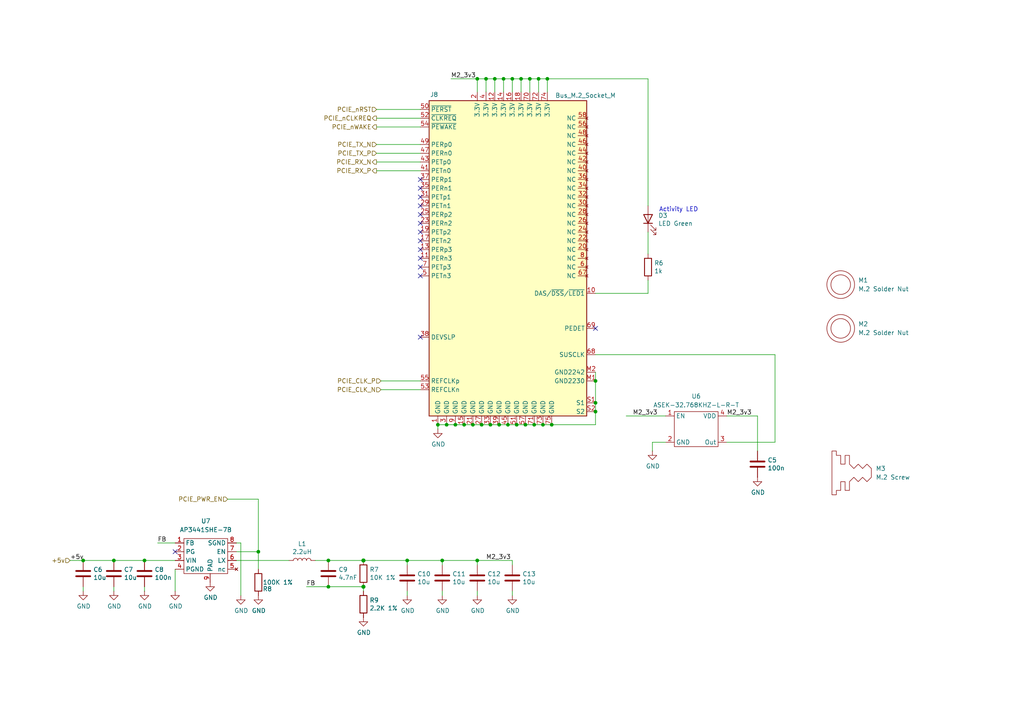
<source format=kicad_sch>
(kicad_sch (version 20231120) (generator "eeschema") (generator_version "8.0")
  (paper "A4")
  (title_block (title "Blade Carrier Board") (date "2024-12-12") (rev "0.1") (company "RapidAnalysis") (comment 1 "Author: Asad Imran"))
  (lib_symbols
    (symbol "CM5IO:AP3441SHE-7B"
      (property "Reference" "U" (at -6.35 10.16 0))
      (property "Value" "AP3441SHE-7B" (at 0 7.62 0))
      (symbol "AP3441SHE-7B_0_1"
        (rectangle (start -6.35 6.35) (end 6.35 -3.81))
      )
      (symbol "AP3441SHE-7B_1_1"
        (pin passive line (at -8.89 5.08 0) (length 2.54) (name "FB") (number "1"))
        (pin open_collector line (at -8.89 2.54 0) (length 2.54) (name "PG") (number "2"))
        (pin power_in line (at -8.89 0 0) (length 2.54) (name "VIN") (number "3"))
        (pin power_in line (at -8.89 -2.54 0) (length 2.54) (name "PGND") (number "4"))
        (pin no_connect line (at 8.89 -2.54 180) (length 2.54) (name "nc") (number "5"))
        (pin power_out line (at 8.89 0 180) (length 2.54) (name "LX") (number "6"))
        (pin input line (at 8.89 2.54 180) (length 2.54) (name "EN") (number "7"))
        (pin power_in line (at 8.89 5.08 180) (length 2.54) (name "SGND") (number "8"))
        (pin input line (at 1.27 -6.35 90) (length 2.54) (name "PAD") (number "9"))
      )
    )
    (symbol "CM5IO:ASEK-32.768KHZ-L-R-T"
      (property "Reference" "U" (at -5.08 6.35 0))
      (property "Value" "ASEK-32.768KHZ-L-R-T" (at 0 -6.35 0))
      (symbol "ASEK-32.768KHZ-L-R-T_0_1"
        (rectangle (start -6.35 5.08) (end 6.35 -5.08))
      )
      (symbol "ASEK-32.768KHZ-L-R-T_1_1"
        (pin input line (at -8.89 3.81 0) (length 2.54) (name "EN") (number "1"))
        (pin power_in line (at -8.89 -3.81 0) (length 2.54) (name "GND") (number "2"))
        (pin output line (at 8.89 -3.81 180) (length 2.54) (name "Out") (number "3"))
        (pin power_in line (at 8.89 3.81 180) (length 2.54) (name "VDD") (number "4"))
      )
    )
    (symbol "CM5IO:Bus_M.2_Socket_M"
      (property "Reference" "J" (at -22.86 46.99 0))
      (property "Value" "Bus_M.2_Socket_M" (at 30.988 46.99 0))
      (symbol "Bus_M.2_Socket_M_0_1"
        (rectangle (start -22.86 45.72) (end 22.86 -45.72) (stroke (width 0.254)) (fill (type background)))
      )
      (symbol "Bus_M.2_Socket_M_1_1"
        (pin power_in line (at -20.32 -48.26 90) (length 2.54) (name "GND") (number "1"))
        (pin bidirectional line (at 25.4 -10.16 180) (length 2.54) (name "DAS/~{DSS}/~{LED1}") (number "10"))
        (pin input line (at -25.4 0 0) (length 2.54) (name "PERn3") (number "11"))
        (pin power_in line (at -3.81 48.26 270) (length 2.54) (name "3.3V") (number "12"))
        (pin input line (at -25.4 2.54 0) (length 2.54) (name "PERp3") (number "13"))
        (pin power_in line (at -1.27 48.26 270) (length 2.54) (name "3.3V") (number "14"))
        (pin power_in line (at -12.7 -48.26 90) (length 2.54) (name "GND") (number "15"))
        (pin power_in line (at 1.27 48.26 270) (length 2.54) (name "3.3V") (number "16"))
        (pin output line (at -25.4 5.08 0) (length 2.54) (name "PETn2") (number "17"))
        (pin power_in line (at 3.81 48.26 270) (length 2.54) (name "3.3V") (number "18"))
        (pin output line (at -25.4 7.62 0) (length 2.54) (name "PETp2") (number "19"))
        (pin power_in line (at -8.89 48.26 270) (length 2.54) (name "3.3V") (number "2"))
        (pin no_connect line (at 22.86 2.54 180) (length 2.54) (name "NC") (number "20"))
        (pin power_in line (at -10.16 -48.26 90) (length 2.54) (name "GND") (number "21"))
        (pin no_connect line (at 22.86 5.08 180) (length 2.54) (name "NC") (number "22"))
        (pin input line (at -25.4 10.16 0) (length 2.54) (name "PERn2") (number "23"))
        (pin no_connect line (at 22.86 7.62 180) (length 2.54) (name "NC") (number "24"))
        (pin input line (at -25.4 12.7 0) (length 2.54) (name "PERp2") (number "25"))
        (pin no_connect line (at 22.86 10.16 180) (length 2.54) (name "NC") (number "26"))
        (pin power_in line (at -7.62 -48.26 90) (length 2.54) (name "GND") (number "27"))
        (pin no_connect line (at 22.86 12.7 180) (length 2.54) (name "NC") (number "28"))
        (pin output line (at -25.4 15.24 0) (length 2.54) (name "PETn1") (number "29"))
        (pin power_in line (at -17.78 -48.26 90) (length 2.54) (name "GND") (number "3"))
        (pin no_connect line (at 22.86 15.24 180) (length 2.54) (name "NC") (number "30"))
        (pin output line (at -25.4 17.78 0) (length 2.54) (name "PETp1") (number "31"))
        (pin no_connect line (at 22.86 17.78 180) (length 2.54) (name "NC") (number "32"))
        (pin power_in line (at -5.08 -48.26 90) (length 2.54) (name "GND") (number "33"))
        (pin no_connect line (at 22.86 20.32 180) (length 2.54) (name "NC") (number "34"))
        (pin input line (at -25.4 20.32 0) (length 2.54) (name "PERn1") (number "35"))
        (pin no_connect line (at 22.86 22.86 180) (length 2.54) (name "NC") (number "36"))
        (pin input line (at -25.4 22.86 0) (length 2.54) (name "PERp1") (number "37"))
        (pin input line (at -25.4 -22.86 0) (length 2.54) (name "DEVSLP") (number "38"))
        (pin power_in line (at -2.54 -48.26 90) (length 2.54) (name "GND") (number "39"))
        (pin power_in line (at -6.35 48.26 270) (length 2.54) (name "3.3V") (number "4"))
        (pin no_connect line (at 22.86 25.4 180) (length 2.54) (name "NC") (number "40"))
        (pin output line (at -25.4 25.4 0) (length 2.54) (name "PETn0") (number "41"))
        (pin no_connect line (at 22.86 27.94 180) (length 2.54) (name "NC") (number "42"))
        (pin output line (at -25.4 27.94 0) (length 2.54) (name "PETp0") (number "43"))
        (pin no_connect line (at 22.86 30.48 180) (length 2.54) (name "NC") (number "44"))
        (pin power_in line (at 0 -48.26 90) (length 2.54) (name "GND") (number "45"))
        (pin no_connect line (at 22.86 33.02 180) (length 2.54) (name "NC") (number "46"))
        (pin input line (at -25.4 30.48 0) (length 2.54) (name "PERn0") (number "47"))
        (pin no_connect line (at 22.86 35.56 180) (length 2.54) (name "NC") (number "48"))
        (pin input line (at -25.4 33.02 0) (length 2.54) (name "PERp0") (number "49"))
        (pin output line (at -25.4 -5.08 0) (length 2.54) (name "PETn3") (number "5"))
        (pin input line (at -25.4 43.18 0) (length 2.54) (name "~{PERST}") (number "50"))
        (pin power_in line (at 2.54 -48.26 90) (length 2.54) (name "GND") (number "51"))
        (pin bidirectional line (at -25.4 40.64 0) (length 2.54) (name "~{CLKREQ}") (number "52"))
        (pin input line (at -25.4 -38.1 0) (length 2.54) (name "REFCLKn") (number "53"))
        (pin bidirectional line (at -25.4 38.1 0) (length 2.54) (name "~{PEWAKE}") (number "54"))
        (pin input line (at -25.4 -35.56 0) (length 2.54) (name "REFCLKp") (number "55"))
        (pin no_connect line (at 22.86 38.1 180) (length 2.54) (name "NC") (number "56"))
        (pin power_in line (at 5.08 -48.26 90) (length 2.54) (name "GND") (number "57"))
        (pin no_connect line (at 22.86 40.64 180) (length 2.54) (name "NC") (number "58"))
        (pin no_connect line (at 22.86 -2.54 180) (length 2.54) (name "NC") (number "6"))
        (pin no_connect line (at 22.86 -5.08 180) (length 2.54) (name "NC") (number "67"))
        (pin input line (at 25.4 -27.94 180) (length 2.54) (name "SUSCLK") (number "68"))
        (pin passive line (at 25.4 -20.32 180) (length 2.54) (name "PEDET") (number "69"))
        (pin output line (at -25.4 -2.54 0) (length 2.54) (name "PETp3") (number "7"))
        (pin power_in line (at 6.35 48.26 270) (length 2.54) (name "3.3V") (number "70"))
        (pin power_in line (at 7.62 -48.26 90) (length 2.54) (name "GND") (number "71"))
        (pin power_in line (at 8.89 48.26 270) (length 2.54) (name "3.3V") (number "72"))
        (pin power_in line (at 10.16 -48.26 90) (length 2.54) (name "GND") (number "73"))
        (pin power_in line (at 11.43 48.26 270) (length 2.54) (name "3.3V") (number "74"))
        (pin power_in line (at 12.7 -48.26 90) (length 2.54) (name "GND") (number "75"))
        (pin no_connect line (at 22.86 0 180) (length 2.54) (name "NC") (number "8"))
        (pin power_in line (at -15.24 -48.26 90) (length 2.54) (name "GND") (number "9"))
        (pin passive line (at 25.4 -35.56 180) (length 2.54) (name "GND2230") (number "M1"))
        (pin passive line (at 25.4 -33.02 180) (length 2.54) (name "GND2242") (number "M2"))
        (pin passive line (at 25.4 -41.91 180) (length 2.54) (name "S1") (number "S1"))
        (pin passive line (at 25.4 -44.45 180) (length 2.54) (name "S2") (number "S2"))
      )
    )
    (symbol "CM5IO:M.2_Screw" (pin_numbers hide) (pin_names (offset 0) hide) (on_board no)
      (property "Reference" "M" (at -0.254 -6.35 0))
      (property "Value" "M.2 Screw" (at 0.254 -8.636 0))
      (symbol "M.2_Screw_0_1"
        (polyline (pts (xy -5.08 0) (xy -5.08 -6.35) (xy -3.81 -6.35) (xy -3.81 -5.08) (xy -2.54 -5.08) (xy -2.54 -2.54) (xy -1.27 -2.54) (xy -1.27 -5.08) (xy 0 -5.08) (xy 0 -2.54) (xy 1.27 -1.27) (xy 2.54 -2.54) (xy 3.81 -1.27) (xy 5.08 -2.54) (xy 6.35 -1.27) (xy 6.35 1.27) (xy 5.08 2.54) (xy 3.81 1.27) (xy 2.54 2.54) (xy 1.27 1.27) (xy 0 2.54) (xy 0 5.08) (xy -1.27 5.08) (xy -1.27 2.54) (xy -2.54 2.54) (xy -2.54 5.08) (xy -3.81 5.08) (xy -3.81 6.35) (xy -5.08 6.35) (xy -5.08 0)))
      )
    )
    (symbol "CM5IO:SolderNut" (pin_numbers hide) (pin_names (offset 0) hide) (exclude_from_sim yes) (on_board no)
      (property "Reference" "M" (at -6.35 -3.556 0))
      (property "Value" "M.2 Solder Nut" (at 0.254 -5.842 0))
      (symbol "SolderNut_0_1"
        (circle (center 0 0) (radius 2.8398))
        (circle (center 0 0) (radius 4.0161))
      )
    )
    (symbol "Device:C" (pin_numbers hide) (pin_names (offset 0.254))
      (property "Reference" "C" (at 0.635 2.54 0))
      (property "Value" "C" (at 0.635 -2.54 0))
      (symbol "C_0_1"
        (polyline (pts (xy -2.032 -0.762) (xy 2.032 -0.762)) (stroke (width 0.508)))
        (polyline (pts (xy -2.032 0.762) (xy 2.032 0.762)) (stroke (width 0.508)))
      )
      (symbol "C_1_1"
        (pin passive line (at 0 3.81 270) (length 2.794) (name "~") (number "1"))
        (pin passive line (at 0 -3.81 90) (length 2.794) (name "~") (number "2"))
      )
    )
    (symbol "Device:L" (pin_numbers hide) (pin_names (offset 1.016) hide)
      (property "Reference" "L" (at -1.27 0 90))
      (property "Value" "L" (at 1.905 0 90))
      (symbol "L_0_1"
        (arc (start 0 -2.54) (mid 0.6323 -1.905) (end 0 -1.27))
        (arc (start 0 -1.27) (mid 0.6323 -0.635) (end 0 0))
        (arc (start 0 0) (mid 0.6323 0.635) (end 0 1.27))
        (arc (start 0 1.27) (mid 0.6323 1.905) (end 0 2.54))
      )
      (symbol "L_1_1"
        (pin passive line (at 0 3.81 270) (length 1.27) (name "1") (number "1"))
        (pin passive line (at 0 -3.81 90) (length 1.27) (name "2") (number "2"))
      )
    )
    (symbol "Device:LED" (pin_numbers hide) (pin_names (offset 1.016) hide)
      (property "Reference" "D" (at 0 2.54 0))
      (property "Value" "LED" (at 0 -2.54 0))
      (symbol "LED_0_1"
        (polyline (pts (xy -1.27 -1.27) (xy -1.27 1.27)) (stroke (width 0.254)))
        (polyline (pts (xy -1.27 0) (xy 1.27 0)))
        (polyline (pts (xy 1.27 -1.27) (xy 1.27 1.27) (xy -1.27 0) (xy 1.27 -1.27)) (stroke (width 0.254)))
        (polyline (pts (xy -3.048 -0.762) (xy -4.572 -2.286) (xy -3.81 -2.286) (xy -4.572 -2.286) (xy -4.572 -1.524)))
        (polyline (pts (xy -1.778 -0.762) (xy -3.302 -2.286) (xy -2.54 -2.286) (xy -3.302 -2.286) (xy -3.302 -1.524)))
      )
      (symbol "LED_1_1"
        (pin passive line (at -3.81 0 0) (length 2.54) (name "K") (number "1"))
        (pin passive line (at 3.81 0 180) (length 2.54) (name "A") (number "2"))
      )
    )
    (symbol "Device:R" (pin_numbers hide) (pin_names (offset 0))
      (property "Reference" "R" (at 2.032 0 90))
      (property "Value" "R" (at 0 0 90))
      (symbol "R_0_1"
        (rectangle (start -1.016 -2.54) (end 1.016 2.54) (stroke (width 0.254)))
      )
      (symbol "R_1_1"
        (pin passive line (at 0 3.81 270) (length 1.27) (name "~") (number "1"))
        (pin passive line (at 0 -3.81 90) (length 1.27) (name "~") (number "2"))
      )
    )
    (symbol "power:GND" (power) (pin_numbers hide) (pin_names (offset 0) hide)
      (property "Value" "GND" (at 0 -3.81 0))
      (symbol "GND_0_1"
        (polyline (pts (xy 0 0) (xy 0 -1.27) (xy 1.27 -1.27) (xy 0 -2.54) (xy -1.27 -1.27) (xy 0 -1.27)))
      )
      (symbol "GND_1_1"
        (pin power_in line (at 0 0 270) (length 0) (name "~") (number "1"))
      )
    )
  )
  (junction (at 153.67 22.86))
  (junction (at 154.94 123.19))
  (junction (at 151.13 22.86))
  (junction (at 146.05 22.86))
  (junction (at 149.86 123.19))
  (junction (at 148.59 22.86))
  (junction (at 138.43 162.56))
  (junction (at 142.24 123.19))
  (junction (at 41.91 162.56))
  (junction (at 172.72 116.84))
  (junction (at 74.93 160.02))
  (junction (at 105.41 162.56) (diameter 1.016))
  (junction (at 118.11 162.56))
  (junction (at 132.08 123.19))
  (junction (at 140.97 22.86))
  (junction (at 24.13 162.56))
  (junction (at 129.54 123.19))
  (junction (at 172.72 110.49))
  (junction (at 95.25 162.56))
  (junction (at 95.25 170.18))
  (junction (at 138.43 22.86))
  (junction (at 144.78 123.19))
  (junction (at 157.48 123.19))
  (junction (at 134.62 123.19))
  (junction (at 33.02 162.56))
  (junction (at 105.41 170.18) (diameter 1.016))
  (junction (at 137.16 123.19))
  (junction (at 152.4 123.19))
  (junction (at 143.51 22.86))
  (junction (at 147.32 123.19))
  (junction (at 156.21 22.86))
  (junction (at 160.02 123.19))
  (junction (at 127 123.19))
  (junction (at 172.72 119.38))
  (junction (at 158.75 22.86))
  (junction (at 139.7 123.19))
  (junction (at 128.27 162.56))
  (no_connect (at 121.92 77.47))
  (no_connect (at 121.92 57.15))
  (no_connect (at 121.92 69.85))
  (no_connect (at 121.92 64.77))
  (no_connect (at 121.92 54.61))
  (no_connect (at 121.92 97.79))
  (no_connect (at 172.72 95.25))
  (no_connect (at 121.92 80.01))
  (no_connect (at 121.92 72.39))
  (no_connect (at 121.92 52.07))
  (no_connect (at 121.92 62.23))
  (no_connect (at 121.92 59.69))
  (no_connect (at 121.92 74.93))
  (no_connect (at 121.92 67.31))
  (no_connect (at 50.8 160.02))
  (wire (pts (xy 144.78 123.19) (xy 147.32 123.19)))
  (wire (pts (xy 153.67 22.86) (xy 153.67 26.67)))
  (wire (pts (xy 154.94 123.19) (xy 152.4 123.19)))
  (wire (pts (xy 66.04 144.78) (xy 74.93 144.78)))
  (wire (pts (xy 127 123.19) (xy 129.54 123.19)))
  (wire (pts (xy 68.58 157.48) (xy 69.85 157.48)))
  (wire (pts (xy 142.24 123.19) (xy 144.78 123.19)))
  (wire (pts (xy 189.23 128.27) (xy 193.04 128.27)))
  (wire (pts (xy 41.91 170.18) (xy 41.91 171.45)))
  (wire (pts (xy 74.93 160.02) (xy 74.93 165.1)))
  (wire (pts (xy 132.08 123.19) (xy 129.54 123.19)))
  (wire (pts (xy 172.72 102.87) (xy 224.79 102.87)))
  (wire (pts (xy 138.43 162.56) (xy 138.43 163.83)))
  (wire (pts (xy 148.59 171.45) (xy 148.59 172.72)))
  (wire (pts (xy 128.27 162.56) (xy 138.43 162.56)))
  (wire (pts (xy 137.16 123.19) (xy 139.7 123.19)))
  (wire (pts (xy 172.72 123.19) (xy 160.02 123.19)))
  (wire (pts (xy 121.92 41.91) (xy 109.22 41.91)))
  (wire (pts (xy 143.51 22.86) (xy 146.05 22.86)))
  (wire (pts (xy 219.71 130.81) (xy 219.71 120.65)))
  (wire (pts (xy 118.11 163.83) (xy 118.11 162.56)))
  (wire (pts (xy 158.75 22.86) (xy 158.75 26.67)))
  (wire (pts (xy 105.41 162.56) (xy 118.11 162.56)))
  (wire (pts (xy 110.49 113.03) (xy 121.92 113.03)))
  (wire (pts (xy 156.21 22.86) (xy 156.21 26.67)))
  (wire (pts (xy 130.81 22.86) (xy 138.43 22.86)))
  (wire (pts (xy 132.08 123.19) (xy 134.62 123.19)))
  (wire (pts (xy 91.44 162.56) (xy 95.25 162.56)))
  (wire (pts (xy 33.02 170.18) (xy 33.02 171.45)))
  (wire (pts (xy 187.96 85.09) (xy 187.96 81.28)))
  (wire (pts (xy 118.11 172.72) (xy 118.11 171.45)))
  (wire (pts (xy 69.85 157.48) (xy 69.85 172.72)))
  (wire (pts (xy 224.79 102.87) (xy 224.79 128.27)))
  (wire (pts (xy 172.72 85.09) (xy 187.96 85.09)))
  (wire (pts (xy 172.72 116.84) (xy 172.72 119.38)))
  (wire (pts (xy 68.58 162.56) (xy 83.82 162.56)))
  (wire (pts (xy 138.43 171.45) (xy 138.43 172.72)))
  (wire (pts (xy 142.24 123.19) (xy 139.7 123.19)))
  (wire (pts (xy 24.13 162.56) (xy 33.02 162.56)))
  (wire (pts (xy 138.43 22.86) (xy 140.97 22.86)))
  (wire (pts (xy 110.49 110.49) (xy 121.92 110.49)))
  (wire (pts (xy 128.27 162.56) (xy 128.27 163.83)))
  (wire (pts (xy 109.22 34.29) (xy 121.92 34.29)))
  (wire (pts (xy 153.67 22.86) (xy 156.21 22.86)))
  (wire (pts (xy 224.79 128.27) (xy 210.82 128.27)))
  (wire (pts (xy 95.25 170.18) (xy 105.41 170.18)))
  (wire (pts (xy 140.97 22.86) (xy 140.97 26.67)))
  (wire (pts (xy 148.59 22.86) (xy 148.59 26.67)))
  (wire (pts (xy 138.43 162.56) (xy 148.59 162.56)))
  (wire (pts (xy 160.02 123.19) (xy 157.48 123.19)))
  (wire (pts (xy 134.62 123.19) (xy 137.16 123.19)))
  (wire (pts (xy 151.13 22.86) (xy 151.13 26.67)))
  (wire (pts (xy 45.72 157.48) (xy 50.8 157.48)))
  (wire (pts (xy 149.86 123.19) (xy 147.32 123.19)))
  (wire (pts (xy 172.72 119.38) (xy 172.72 123.19)))
  (wire (pts (xy 157.48 123.19) (xy 154.94 123.19)))
  (wire (pts (xy 143.51 22.86) (xy 143.51 26.67)))
  (wire (pts (xy 95.25 162.56) (xy 105.41 162.56)))
  (wire (pts (xy 24.13 170.18) (xy 24.13 171.45)))
  (wire (pts (xy 146.05 22.86) (xy 146.05 26.67)))
  (wire (pts (xy 88.9 170.18) (xy 95.25 170.18)))
  (wire (pts (xy 109.22 49.53) (xy 121.92 49.53)))
  (wire (pts (xy 41.91 162.56) (xy 50.8 162.56)))
  (wire (pts (xy 74.93 144.78) (xy 74.93 160.02)))
  (wire (pts (xy 181.61 120.65) (xy 193.04 120.65)))
  (wire (pts (xy 128.27 171.45) (xy 128.27 172.72)))
  (wire (pts (xy 105.41 171.45) (xy 105.41 170.18)))
  (wire (pts (xy 151.13 22.86) (xy 153.67 22.86)))
  (wire (pts (xy 158.75 22.86) (xy 187.96 22.86)))
  (wire (pts (xy 172.72 107.95) (xy 172.72 110.49)))
  (wire (pts (xy 187.96 22.86) (xy 187.96 59.69)))
  (wire (pts (xy 148.59 22.86) (xy 151.13 22.86)))
  (wire (pts (xy 189.23 130.81) (xy 189.23 128.27)))
  (wire (pts (xy 50.8 171.45) (xy 50.8 165.1)))
  (wire (pts (xy 148.59 162.56) (xy 148.59 163.83)))
  (wire (pts (xy 172.72 110.49) (xy 172.72 116.84)))
  (wire (pts (xy 20.32 162.56) (xy 24.13 162.56)))
  (wire (pts (xy 146.05 22.86) (xy 148.59 22.86)))
  (wire (pts (xy 140.97 22.86) (xy 143.51 22.86)))
  (wire (pts (xy 156.21 22.86) (xy 158.75 22.86)))
  (wire (pts (xy 109.22 46.99) (xy 121.92 46.99)))
  (wire (pts (xy 109.22 44.45) (xy 121.92 44.45)))
  (wire (pts (xy 109.22 36.83) (xy 121.92 36.83)))
  (wire (pts (xy 219.71 120.65) (xy 210.82 120.65)))
  (wire (pts (xy 68.58 160.02) (xy 74.93 160.02)))
  (wire (pts (xy 138.43 22.86) (xy 138.43 26.67)))
  (wire (pts (xy 152.4 123.19) (xy 149.86 123.19)))
  (wire (pts (xy 187.96 67.31) (xy 187.96 73.66)))
  (wire (pts (xy 118.11 162.56) (xy 128.27 162.56)))
  (wire (pts (xy 127 123.19) (xy 127 124.46)))
  (wire (pts (xy 33.02 162.56) (xy 41.91 162.56)))
  (wire (pts (xy 109.22 31.75) (xy 121.92 31.75)))
  (text "Activity LED" (at 191.135 61.595 0) (effects (font (size 1.27 1.27)) (justify left bottom)))
  (label "M2_3v3" (at 210.82 120.65 0))
  (label "FB" (at 45.72 157.48 0))
  (label "M2_3v3" (at 140.97 162.56 0))
  (label "M2_3v3" (at 183.515 120.65 0))
  (label "+5v" (at 20.32 162.56 0))
  (label "M2_3v3" (at 130.81 22.86 0))
  (label "FB" (at 88.9 170.18 0))
  (hierarchical_label "PCIE_CLK_P" (shape input) (at 110.49 110.49 180))
  (hierarchical_label "PCIE_nWAKE" (shape output) (at 109.22 36.83 180))
  (hierarchical_label "PCIE_nCLKREQ" (shape output) (at 109.22 34.29 180))
  (hierarchical_label "PCIE_nRST" (shape input) (at 109.22 31.75 180))
  (hierarchical_label "PCIE_RX_P" (shape output) (at 109.22 49.53 180))
  (hierarchical_label "PCIE_TX_N" (shape input) (at 109.22 41.91 180))
  (hierarchical_label "PCIE_PWR_EN" (shape input) (at 66.04 144.78 180))
  (hierarchical_label "PCIE_TX_P" (shape input) (at 109.22 44.45 180))
  (hierarchical_label "+5v" (shape input) (at 20.32 162.56 180))
  (hierarchical_label "PCIE_CLK_N" (shape input) (at 110.49 113.03 180))
  (hierarchical_label "PCIE_RX_N" (shape output) (at 109.22 46.99 180))
  (symbol (lib_id "power:GND") (at 128.27 172.72 0) (unit 1)
    (property "Reference" "#PWR031" (effects (hide yes)))
    (property "Value" "GND" (at 128.397 177.1142 0))
    (property "Description" "Power symbol creates a global label with name \"GND\" , ground" (effects (hide yes)))
  )
  (symbol (lib_id "power:GND") (at 189.23 130.81 0) (unit 1)
    (property "Reference" "#PWR021" (effects (hide yes)))
    (property "Value" "GND" (at 189.357 135.2042 0))
    (property "Description" "Power symbol creates a global label with name \"GND\" , ground" (effects (hide yes)))
  )
  (symbol (lib_id "Device:C") (at 118.11 167.64 0) (unit 1)
    (property "Reference" "C10" (at 121.031 166.4716 0) (effects (justify left)))
    (property "Value" "10u" (at 121.031 168.783 0) (effects (justify left)))
    (property "Footprint" "Capacitor_SMD:C_0805_2012Metric" (effects (hide yes)))
    (property "Datasheet" "https://search.murata.co.jp/Ceramy/image/img/A01X/G101/ENG/GRM21BR71A106KA73-01.pdf" (effects (hide yes)))
    (property "Field4" "Digikey" (effects (hide yes)))
    (property "Field5" "490-14381-1-ND" (effects (hide yes)))
    (property "Field6" "GRM21BR71A106KA73L" (effects (hide yes)))
    (property "Field7" "Murata" (effects (hide yes)))
    (property "Field8" "111893011" (effects (hide yes)))
    (property "Part Description" "	10uF 10% 10V Ceramic Capacitor X7R 0805 (2012 Metric)" (effects (hide yes)))
  )
  (symbol (lib_id "Device:L") (at 87.63 162.56 90) (unit 1)
    (property "Reference" "L1" (at 87.63 157.734 90))
    (property "Value" "2.2uH" (at 87.63 160.0454 90))
    (property "Footprint" "CM5IO:L_Bourns_SRP5030CC" (effects (hide yes)))
    (property "Datasheet" "https://www.bourns.com/docs/product-datasheets/srp5030cc.pdf" (effects (hide yes)))
    (property "Field6" "SRP5030CC-2R2M" (effects (hide yes)))
    (property "Field7" "Bourns" (effects (hide yes)))
    (property "Part Description" "Inductor, SMT, 2520, 2u2, IRMS=7A, ISAT=8A, DCR=0.032R" (effects (hide yes)))
    (property "Field5" "SRP5030CC-2R2M" (effects (hide yes)))
  )
  (symbol (lib_id "CM5IO:M.2_Screw") (at 246.38 137.16 0) (unit 1) (on_board no)
    (property "Reference" "M3" (at 254 135.8899 0) (effects (justify left)))
    (property "Value" "M.2 Screw" (at 254 138.4299 0) (effects (justify left)))
    (property "Part Description" "M.2 Screw" (effects (hide yes)))
  )
  (symbol (lib_id "Device:C") (at 41.91 166.37 0) (unit 1)
    (property "Reference" "C8" (at 44.831 165.2016 0) (effects (justify left)))
    (property "Value" "100n" (at 44.831 167.513 0) (effects (justify left)))
    (property "Footprint" "Capacitor_SMD:C_0402_1005Metric" (effects (hide yes)))
    (property "Datasheet" "https://search.murata.co.jp/Ceramy/image/img/A01X/G101/ENG/GRM155R71C104KA88-01.pdf" (effects (hide yes)))
    (property "Field4" "Farnell" (effects (hide yes)))
    (property "Field5" "2611911" (effects (hide yes)))
    (property "Field6" "RM EMK105 B7104KV-F" (effects (hide yes)))
    (property "Field7" "TAIYO YUDEN EUROPE GMBH" (effects (hide yes)))
    (property "Field8" "110091611" (effects (hide yes)))
    (property "Part Description" "	0.1uF 10% 16V Ceramic Capacitor X7R 0402 (1005 Metric)" (effects (hide yes)))
  )
  (symbol (lib_id "power:GND") (at 105.41 179.07 0) (unit 1)
    (property "Reference" "#PWR034" (effects (hide yes)))
    (property "Value" "GND" (at 105.537 183.4642 0))
    (property "Description" "Power symbol creates a global label with name \"GND\" , ground" (effects (hide yes)))
  )
  (symbol (lib_id "CM5IO:SolderNut") (at 243.84 95.25 0) (unit 1) (exclude_from_sim yes) (on_board no)
    (property "Reference" "M2" (at 248.92 93.9799 0) (effects (justify left)))
    (property "Value" "M.2 Solder Nut" (at 248.92 96.5199 0) (effects (justify left)))
    (property "Part Description" "Solder nut for M.2 slot" (effects (hide yes)))
  )
  (symbol (lib_id "Device:C") (at 219.71 134.62 0) (unit 1)
    (property "Reference" "C5" (at 222.631 133.4516 0) (effects (justify left)))
    (property "Value" "100n" (at 222.631 135.763 0) (effects (justify left)))
    (property "Footprint" "Capacitor_SMD:C_0402_1005Metric" (effects (hide yes)))
    (property "Datasheet" "https://search.murata.co.jp/Ceramy/image/img/A01X/G101/ENG/GRM155R71C104KA88-01.pdf" (effects (hide yes)))
    (property "Field4" "Farnell" (effects (hide yes)))
    (property "Field5" "2611911" (effects (hide yes)))
    (property "Field6" "RM EMK105 B7104KV-F" (effects (hide yes)))
    (property "Field7" "TAIYO YUDEN EUROPE GMBH" (effects (hide yes)))
    (property "Field8" "110091611" (effects (hide yes)))
    (property "Part Description" "	0.1uF 10% 16V Ceramic Capacitor X7R 0402 (1005 Metric)" (effects (hide yes)))
  )
  (symbol (lib_id "power:GND") (at 60.96 168.91 0) (unit 1)
    (property "Reference" "#PWR023" (effects (hide yes)))
    (property "Value" "GND" (at 61.087 173.3042 0))
    (property "Description" "Power symbol creates a global label with name \"GND\" , ground" (effects (hide yes)))
  )
  (symbol (lib_id "Device:C") (at 138.43 167.64 0) (unit 1)
    (property "Reference" "C12" (at 141.351 166.4716 0) (effects (justify left)))
    (property "Value" "10u" (at 141.351 168.783 0) (effects (justify left)))
    (property "Footprint" "Capacitor_SMD:C_0805_2012Metric" (effects (hide yes)))
    (property "Datasheet" "https://search.murata.co.jp/Ceramy/image/img/A01X/G101/ENG/GRM21BR71A106KA73-01.pdf" (effects (hide yes)))
    (property "Field4" "Digikey" (effects (hide yes)))
    (property "Field5" "490-14381-1-ND" (effects (hide yes)))
    (property "Field6" "GRM21BR71A106KA73L" (effects (hide yes)))
    (property "Field7" "Murata" (effects (hide yes)))
    (property "Field8" "111893011" (effects (hide yes)))
    (property "Part Description" "	10uF 10% 10V Ceramic Capacitor X7R 0805 (2012 Metric)" (effects (hide yes)))
  )
  (symbol (lib_id "CM5IO:Bus_M.2_Socket_M") (at 147.32 74.93 0) (unit 1)
    (property "Reference" "J8" (at 124.714 27.432 0) (effects (justify left)))
    (property "Value" "Bus_M.2_Socket_M" (at 161.036 27.686 0) (effects (justify left)))
    (property "Footprint" "CM5IO:M.2 M Key socket" (effects (hide yes)))
    (property "Description" "M.2 Socket 3 Mechanical Key M" (effects (hide yes)))
    (property "Field5" "MTSSD03-67MSW337" (effects (hide yes)))
    (property "Field6" "MTSSD03-67MSW337" (effects (hide yes)))
    (property "Field7" "MTCONN" (effects (hide yes)))
    (property "Part Description" "M.2 M Key connector" (effects (hide yes)))
  )
  (symbol (lib_id "power:GND") (at 24.13 171.45 0) (unit 1)
    (property "Reference" "#PWR024" (effects (hide yes)))
    (property "Value" "GND" (at 24.257 175.8442 0))
    (property "Description" "Power symbol creates a global label with name \"GND\" , ground" (effects (hide yes)))
  )
  (symbol (lib_id "Device:C") (at 128.27 167.64 0) (unit 1)
    (property "Reference" "C11" (at 131.191 166.4716 0) (effects (justify left)))
    (property "Value" "10u" (at 131.191 168.783 0) (effects (justify left)))
    (property "Footprint" "Capacitor_SMD:C_0805_2012Metric" (effects (hide yes)))
    (property "Datasheet" "https://search.murata.co.jp/Ceramy/image/img/A01X/G101/ENG/GRM21BR71A106KA73-01.pdf" (effects (hide yes)))
    (property "Field4" "Digikey" (effects (hide yes)))
    (property "Field5" "490-14381-1-ND" (effects (hide yes)))
    (property "Field6" "GRM21BR71A106KA73L" (effects (hide yes)))
    (property "Field7" "Murata" (effects (hide yes)))
    (property "Field8" "111893011" (effects (hide yes)))
    (property "Part Description" "	10uF 10% 10V Ceramic Capacitor X7R 0805 (2012 Metric)" (effects (hide yes)))
  )
  (symbol (lib_id "Device:LED") (at 187.96 63.5 90) (unit 1)
    (property "Reference" "D3" (at 190.9318 62.5094 90) (effects (justify right)))
    (property "Value" "LED Green" (at 190.9318 64.8208 90) (effects (justify right)))
    (property "Footprint" "LED_SMD:LED_0603_1608Metric" (effects (hide yes)))
    (property "Datasheet" "http://optoelectronics.liteon.com/upload/download/DS22-2000-226/LTST-S270KGKT.pdf" (effects (hide yes)))
    (property "Field4" "Digikey " (effects (hide yes)))
    (property "Field5" "LTST-S270KGKT" (effects (hide yes)))
    (property "Field6" "SML-A12M8TT86N" (effects (hide yes)))
    (property "Field7" "Rohm" (effects (hide yes)))
    (property "Field8" "650263301" (effects (hide yes)))
    (property "Part Description" "	Green 572nm LED Indication - Discrete 2.2V 2-SMD, No Lead" (effects (hide yes)))
  )
  (symbol (lib_id "Device:R") (at 105.41 166.37 0) (unit 1)
    (property "Reference" "R7" (at 107.188 165.2016 0) (effects (justify left)))
    (property "Value" "10K 1%" (at 107.188 167.513 0) (effects (justify left)))
    (property "Footprint" "Resistor_SMD:R_0402_1005Metric" (effects (hide yes)))
    (property "Datasheet" "https://fscdn.rohm.com/en/products/databook/datasheet/passive/resistor/chip_resistor/mcr-e.pdf" (effects (hide yes)))
    (property "Field4" "Farnell" (effects (hide yes)))
    (property "Field7" "Rohm" (effects (hide yes)))
    (property "Field6" "MCR01MZPF1002" (effects (hide yes)))
    (property "Part Description" "Resistor 10K M1005 1% 63mW" (effects (hide yes)))
  )
  (symbol (lib_id "Device:R") (at 105.41 175.26 0) (unit 1)
    (property "Reference" "R9" (at 107.188 174.0916 0) (effects (justify left)))
    (property "Value" "2.2K 1%" (at 107.188 176.403 0) (effects (justify left)))
    (property "Footprint" "Resistor_SMD:R_0402_1005Metric" (effects (hide yes)))
    (property "Datasheet" "https://fscdn.rohm.com/en/products/databook/datasheet/passive/resistor/chip_resistor/mcr-e.pdf" (effects (hide yes)))
    (property "Field4" "Farnell" (effects (hide yes)))
    (property "Part Description" "Resistor 2.2K M1005 1% 63mW" (effects (hide yes)))
  )
  (symbol (lib_id "CM5IO:SolderNut") (at 243.84 82.55 0) (unit 1) (exclude_from_sim yes) (on_board no)
    (property "Reference" "M1" (at 248.92 81.2799 0) (effects (justify left)))
    (property "Value" "M.2 Solder Nut" (at 248.92 83.8199 0) (effects (justify left)))
    (property "Part Description" "Solder nut for M.2 slot" (effects (hide yes)))
  )
  (symbol (lib_id "Device:R") (at 187.96 77.47 0) (unit 1)
    (property "Reference" "R6" (at 189.738 76.3016 0) (effects (justify left)))
    (property "Value" "1k" (at 189.738 78.613 0) (effects (justify left)))
    (property "Footprint" "Resistor_SMD:R_0402_1005Metric" (effects (hide yes)))
    (property "Datasheet" "https://fscdn.rohm.com/en/products/databook/datasheet/passive/resistor/chip_resistor/mcr-e.pdf" (effects (hide yes)))
    (property "Field4" "Farnell" (effects (hide yes)))
    (property "Field5" "9239235" (effects (hide yes)))
    (property "Field7" "KOA EUROPE GMBH" (effects (hide yes)))
    (property "Field6" "RK73H1ETTP1001F" (effects (hide yes)))
    (property "Part Description" "Resistor 1K M1005 1% 63mW" (effects (hide yes)))
    (property "Field8" "125049511" (effects (hide yes)))
  )
  (symbol (lib_id "CM5IO:AP3441SHE-7B") (at 59.69 162.56 0) (unit 1)
    (property "Reference" "U7" (at 59.69 151.13 0))
    (property "Value" "AP3441SHE-7B" (at 59.69 153.67 0))
    (property "Footprint" "Package_DFN_QFN:DFN-8-1EP_2x2mm_P0.5mm_EP1.05x1.75mm" (effects (hide yes)))
    (property "Datasheet" "https://www.diodes.com/assets/Datasheets/AP3441-L.pdf" (effects (hide yes)))
    (property "Field5" "AP3441SHE-7B" (effects (hide yes)))
    (property "Field6" "AP3441SHE-7B" (effects (hide yes)))
    (property "Field7" "Diodes" (effects (hide yes)))
    (property "Part Description" "3A DC-DC converter" (effects (hide yes)))
  )
  (symbol (lib_id "power:GND") (at 41.91 171.45 0) (unit 1)
    (property "Reference" "#PWR026" (effects (hide yes)))
    (property "Value" "GND" (at 42.037 175.8442 0))
    (property "Description" "Power symbol creates a global label with name \"GND\" , ground" (effects (hide yes)))
  )
  (symbol (lib_id "power:GND") (at 127 124.46 0) (unit 1)
    (property "Reference" "#PWR020" (effects (hide yes)))
    (property "Value" "GND" (at 127.127 128.8542 0))
    (property "Description" "Power symbol creates a global label with name \"GND\" , ground" (effects (hide yes)))
  )
  (symbol (lib_id "power:GND") (at 138.43 172.72 0) (unit 1)
    (property "Reference" "#PWR032" (effects (hide yes)))
    (property "Value" "GND" (at 138.557 177.1142 0))
    (property "Description" "Power symbol creates a global label with name \"GND\" , ground" (effects (hide yes)))
  )
  (symbol (lib_id "Device:C") (at 148.59 167.64 0) (unit 1)
    (property "Reference" "C13" (at 151.511 166.4716 0) (effects (justify left)))
    (property "Value" "10u" (at 151.511 168.783 0) (effects (justify left)))
    (property "Footprint" "Capacitor_SMD:C_0805_2012Metric" (effects (hide yes)))
    (property "Datasheet" "https://search.murata.co.jp/Ceramy/image/img/A01X/G101/ENG/GRM21BR71A106KA73-01.pdf" (effects (hide yes)))
    (property "Field4" "Digikey" (effects (hide yes)))
    (property "Field5" "490-14381-1-ND" (effects (hide yes)))
    (property "Field6" "GRM21BR71A106KA73L" (effects (hide yes)))
    (property "Field7" "Murata" (effects (hide yes)))
    (property "Field8" "111893011" (effects (hide yes)))
    (property "Part Description" "	10uF 10% 10V Ceramic Capacitor X7R 0805 (2012 Metric)" (effects (hide yes)))
  )
  (symbol (lib_id "Device:C") (at 95.25 166.37 0) (unit 1)
    (property "Reference" "C9" (at 98.171 165.2016 0) (effects (justify left)))
    (property "Value" "4.7nF" (at 98.171 167.513 0) (effects (justify left)))
    (property "Footprint" "Capacitor_SMD:C_0402_1005Metric" (effects (hide yes)))
    (property "Part Description" "4.7nF capacitor 0402" (effects (hide yes)))
  )
  (symbol (lib_id "power:GND") (at 148.59 172.72 0) (unit 1)
    (property "Reference" "#PWR033" (effects (hide yes)))
    (property "Value" "GND" (at 148.717 177.1142 0))
    (property "Description" "Power symbol creates a global label with name \"GND\" , ground" (effects (hide yes)))
  )
  (symbol (lib_id "power:GND") (at 118.11 172.72 0) (unit 1)
    (property "Reference" "#PWR030" (effects (hide yes)))
    (property "Value" "GND" (at 118.237 177.1142 0))
    (property "Description" "Power symbol creates a global label with name \"GND\" , ground" (effects (hide yes)))
  )
  (symbol (lib_id "Device:C") (at 24.13 166.37 0) (unit 1)
    (property "Reference" "C6" (at 27.051 165.2016 0) (effects (justify left)))
    (property "Value" "10u" (at 27.051 167.513 0) (effects (justify left)))
    (property "Footprint" "Capacitor_SMD:C_0805_2012Metric" (effects (hide yes)))
    (property "Datasheet" "https://search.murata.co.jp/Ceramy/image/img/A01X/G101/ENG/GRM21BR71A106KA73-01.pdf" (effects (hide yes)))
    (property "Field4" "Digikey" (effects (hide yes)))
    (property "Field5" "490-14381-1-ND" (effects (hide yes)))
    (property "Field6" "GRM21BR71A106KA73L" (effects (hide yes)))
    (property "Field7" "Murata" (effects (hide yes)))
    (property "Field8" "111893011" (effects (hide yes)))
    (property "Part Description" "	10uF 10% 10V Ceramic Capacitor X7R 0805 (2012 Metric)" (effects (hide yes)))
  )
  (symbol (lib_id "power:GND") (at 50.8 171.45 0) (unit 1)
    (property "Reference" "#PWR027" (effects (hide yes)))
    (property "Value" "GND" (at 50.927 175.8442 0))
    (property "Description" "Power symbol creates a global label with name \"GND\" , ground" (effects (hide yes)))
  )
  (symbol (lib_id "power:GND") (at 74.93 172.72 0) (unit 1)
    (property "Reference" "#PWR029" (effects (hide yes)))
    (property "Value" "GND" (at 75.057 177.1142 0))
    (property "Description" "Power symbol creates a global label with name \"GND\" , ground" (effects (hide yes)))
  )
  (symbol (lib_id "power:GND") (at 69.85 172.72 0) (unit 1)
    (property "Reference" "#PWR028" (effects (hide yes)))
    (property "Value" "GND" (at 69.977 177.1142 0))
    (property "Description" "Power symbol creates a global label with name \"GND\" , ground" (effects (hide yes)))
  )
  (symbol (lib_id "Device:R") (at 74.93 168.91 0) (unit 1)
    (property "Reference" "R8" (at 76.2 170.815 0) (effects (justify left)))
    (property "Value" "100K 1%" (at 76.2 168.91 0) (effects (justify left)))
    (property "Footprint" "Resistor_SMD:R_0402_1005Metric" (effects (hide yes)))
    (property "Datasheet" "https://fscdn.rohm.com/en/products/databook/datasheet/passive/resistor/chip_resistor/mcr-e.pdf" (effects (hide yes)))
    (property "Field4" "Farnell" (effects (hide yes)))
    (property "Field6" "MCR01MZPF1003" (effects (hide yes)))
    (property "Field7" "Rohm" (effects (hide yes)))
    (property "Part Description" "Resistor 100K M1005 1% 63mW" (effects (hide yes)))
  )
  (symbol (lib_id "CM5IO:ASEK-32.768KHZ-L-R-T") (at 201.93 124.46 0) (unit 1)
    (property "Reference" "U6" (at 201.93 114.935 0))
    (property "Value" "ASEK-32.768KHZ-L-R-T" (at 201.93 117.475 0))
    (property "Footprint" "Crystal:Crystal_SMD_3225-4Pin_3.2x2.5mm" (effects (hide yes)))
    (property "Datasheet" "https://abracon.com/Oscillators/ASEK.pdf" (effects (hide yes)))
    (property "Field5" "ASEK-32.768KHZ-L-R-T" (effects (hide yes)))
    (property "Field6" "ASEK-32.768KHZ-L-R-T" (effects (hide yes)))
    (property "Field7" "abracon" (effects (hide yes)))
    (property "Part Description" "32KHz Xtal oscilator" (effects (hide yes)))
  )
  (symbol (lib_id "power:GND") (at 33.02 171.45 0) (unit 1)
    (property "Reference" "#PWR025" (effects (hide yes)))
    (property "Value" "GND" (at 33.147 175.8442 0))
    (property "Description" "Power symbol creates a global label with name \"GND\" , ground" (effects (hide yes)))
  )
  (symbol (lib_id "Device:C") (at 33.02 166.37 0) (unit 1)
    (property "Reference" "C7" (at 35.941 165.2016 0) (effects (justify left)))
    (property "Value" "10u" (at 35.941 167.513 0) (effects (justify left)))
    (property "Footprint" "Capacitor_SMD:C_0805_2012Metric" (effects (hide yes)))
    (property "Datasheet" "https://search.murata.co.jp/Ceramy/image/img/A01X/G101/ENG/GRM21BR71A106KA73-01.pdf" (effects (hide yes)))
    (property "Field4" "Digikey" (effects (hide yes)))
    (property "Field5" "490-14381-1-ND" (effects (hide yes)))
    (property "Field6" "GRM21BR71A106KA73L" (effects (hide yes)))
    (property "Field7" "Murata" (effects (hide yes)))
    (property "Field8" "111893011" (effects (hide yes)))
    (property "Part Description" "	10uF 10% 10V Ceramic Capacitor X7R 0805 (2012 Metric)" (effects (hide yes)))
  )
  (symbol (lib_id "power:GND") (at 219.71 138.43 0) (unit 1)
    (property "Reference" "#PWR022" (effects (hide yes)))
    (property "Value" "GND" (at 219.837 142.8242 0))
    (property "Description" "Power symbol creates a global label with name \"GND\" , ground" (effects (hide yes)))
  )
)
</source>
